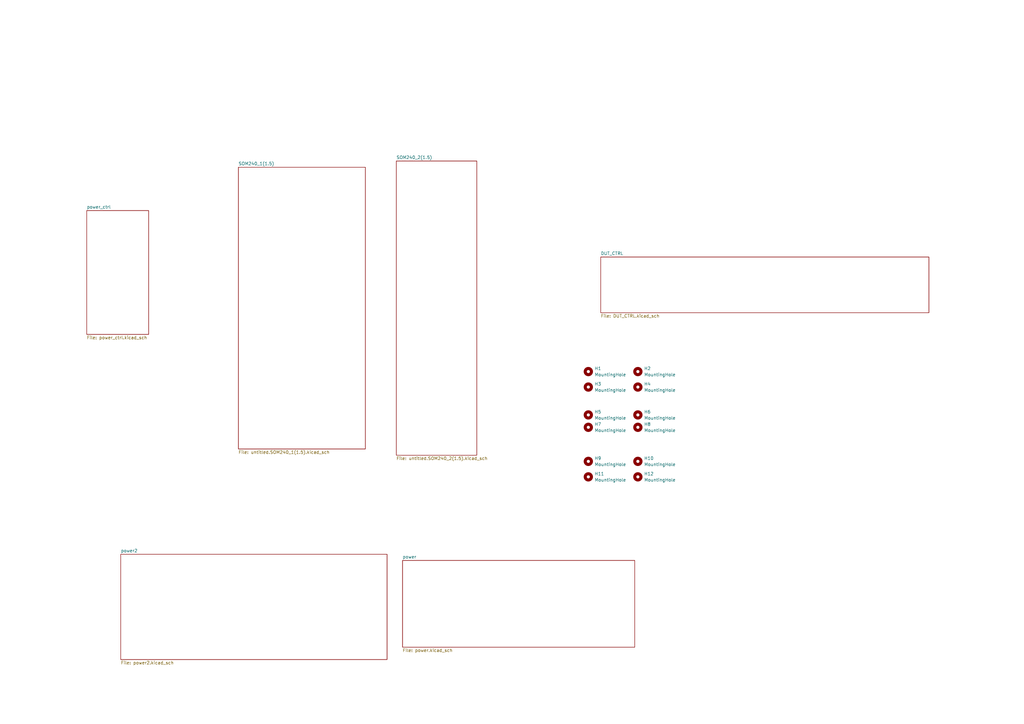
<source format=kicad_sch>
(kicad_sch (version 20250114) (generator "eeschema") (generator_version "9.0")
  (paper "A3")
  (lib_symbols
    (symbol "Mechanical:MountingHole" (pin_names (offset 1.016)) (exclude_from_sim yes) (in_bom no)
      (property "Reference" "H" (at 0 5.08 0))
      (property "Value" "MountingHole" (at 0 3.175 0))
      (symbol "MountingHole_0_1"
        (circle (center 0 0) (radius 1.27) (stroke (width 1.27)))
      )
    )
  )
  (bus_alias "" (members))
  (bus_alias "GND" (members "B60" "B55" "B51" "B47" "B43" "B42" "B41" "B38" "B35" "B32" "B29" "B26" "B23" "B20" "B17" "B14" "B11" "B08" "B07" "B04" "B03" "A57" "A53" "A49" "A45" "A43" "A40" "A37" "A34" "A31" "A28" "A25" "A22" "A19" "A16" "A13" "A10" "A09" "A06" "A05" "A02" "A01"))
  (symbol (lib_id "Mechanical:MountingHole") (at 241.3 195.58 0) (unit 1) (exclude_from_sim yes) (in_bom no)
    (property "Reference" "H11" (at 243.84 194.3099 0) (effects (justify left)))
    (property "Value" "MountingHole" (at 243.84 196.8499 0) (effects (justify left)))
    (property "Footprint" "MountingHole:MountingHole_2.2mm_M2_DIN965" (effects (hide yes)))
    (property "Description" "Mounting Hole without connection" (effects (hide yes)))
  )
  (symbol (lib_id "Mechanical:MountingHole") (at 261.62 158.75 0) (unit 1) (exclude_from_sim yes) (in_bom no)
    (property "Reference" "H4" (at 264.16 157.4799 0) (effects (justify left)))
    (property "Value" "MountingHole" (at 264.16 160.0199 0) (effects (justify left)))
    (property "Footprint" "MountingHole:MountingHole_3.2mm_M3_DIN965" (effects (hide yes)))
    (property "Description" "Mounting Hole without connection" (effects (hide yes)))
  )
  (symbol (lib_id "Mechanical:MountingHole") (at 261.62 195.58 0) (unit 1) (exclude_from_sim yes) (in_bom no)
    (property "Reference" "H12" (at 264.16 194.3099 0) (effects (justify left)))
    (property "Value" "MountingHole" (at 264.16 196.8499 0) (effects (justify left)))
    (property "Footprint" "MountingHole:MountingHole_2.2mm_M2_DIN965" (effects (hide yes)))
    (property "Description" "Mounting Hole without connection" (effects (hide yes)))
  )
  (symbol (lib_id "Mechanical:MountingHole") (at 241.3 189.23 0) (unit 1) (exclude_from_sim yes) (in_bom no)
    (property "Reference" "H9" (at 243.84 187.9599 0) (effects (justify left)))
    (property "Value" "MountingHole" (at 243.84 190.4999 0) (effects (justify left)))
    (property "Footprint" "MountingHole:MountingHole_2.2mm_M2_DIN965" (effects (hide yes)))
    (property "Description" "Mounting Hole without connection" (effects (hide yes)))
  )
  (symbol (lib_id "Mechanical:MountingHole") (at 261.62 175.26 0) (unit 1) (exclude_from_sim yes) (in_bom no)
    (property "Reference" "H8" (at 264.16 173.9899 0) (effects (justify left)))
    (property "Value" "MountingHole" (at 264.16 176.5299 0) (effects (justify left)))
    (property "Footprint" "MountingHole:MountingHole_3.2mm_M3_DIN965" (effects (hide yes)))
    (property "Description" "Mounting Hole without connection" (effects (hide yes)))
  )
  (symbol (lib_id "Mechanical:MountingHole") (at 241.3 152.4 0) (unit 1) (exclude_from_sim yes) (in_bom no)
    (property "Reference" "H1" (at 243.84 151.1299 0) (effects (justify left)))
    (property "Value" "MountingHole" (at 243.84 153.6699 0) (effects (justify left)))
    (property "Footprint" "MountingHole:MountingHole_3.2mm_M3_DIN965" (effects (hide yes)))
    (property "Description" "Mounting Hole without connection" (effects (hide yes)))
  )
  (symbol (lib_id "Mechanical:MountingHole") (at 241.3 158.75 0) (unit 1) (exclude_from_sim yes) (in_bom no)
    (property "Reference" "H3" (at 243.84 157.4799 0) (effects (justify left)))
    (property "Value" "MountingHole" (at 243.84 160.0199 0) (effects (justify left)))
    (property "Footprint" "MountingHole:MountingHole_3.2mm_M3_DIN965" (effects (hide yes)))
    (property "Description" "Mounting Hole without connection" (effects (hide yes)))
  )
  (symbol (lib_id "Mechanical:MountingHole") (at 241.3 170.18 0) (unit 1) (exclude_from_sim yes) (in_bom no)
    (property "Reference" "H5" (at 243.84 168.9099 0) (effects (justify left)))
    (property "Value" "MountingHole" (at 243.84 171.4499 0) (effects (justify left)))
    (property "Footprint" "MountingHole:MountingHole_3.2mm_M3_DIN965" (effects (hide yes)))
    (property "Description" "Mounting Hole without connection" (effects (hide yes)))
  )
  (symbol (lib_id "Mechanical:MountingHole") (at 261.62 152.4 0) (unit 1) (exclude_from_sim yes) (in_bom no)
    (property "Reference" "H2" (at 264.16 151.1299 0) (effects (justify left)))
    (property "Value" "MountingHole" (at 264.16 153.6699 0) (effects (justify left)))
    (property "Footprint" "MountingHole:MountingHole_3.2mm_M3_DIN965" (effects (hide yes)))
    (property "Description" "Mounting Hole without connection" (effects (hide yes)))
  )
  (symbol (lib_id "Mechanical:MountingHole") (at 261.62 170.18 0) (unit 1) (exclude_from_sim yes) (in_bom no)
    (property "Reference" "H6" (at 264.16 168.9099 0) (effects (justify left)))
    (property "Value" "MountingHole" (at 264.16 171.4499 0) (effects (justify left)))
    (property "Footprint" "MountingHole:MountingHole_3.2mm_M3_DIN965" (effects (hide yes)))
    (property "Description" "Mounting Hole without connection" (effects (hide yes)))
  )
  (symbol (lib_id "Mechanical:MountingHole") (at 241.3 175.26 0) (unit 1) (exclude_from_sim yes) (in_bom no)
    (property "Reference" "H7" (at 243.84 173.9899 0) (effects (justify left)))
    (property "Value" "MountingHole" (at 243.84 176.5299 0) (effects (justify left)))
    (property "Footprint" "MountingHole:MountingHole_3.2mm_M3_DIN965" (effects (hide yes)))
    (property "Description" "Mounting Hole without connection" (effects (hide yes)))
  )
  (symbol (lib_id "Mechanical:MountingHole") (at 261.62 189.23 0) (unit 1) (exclude_from_sim yes) (in_bom no)
    (property "Reference" "H10" (at 264.16 187.9599 0) (effects (justify left)))
    (property "Value" "MountingHole" (at 264.16 190.4999 0) (effects (justify left)))
    (property "Footprint" "MountingHole:MountingHole_2.2mm_M2_DIN965" (effects (hide yes)))
    (property "Description" "Mounting Hole without connection" (effects (hide yes)))
  )
  (sheet (at 162.56 66.04) (size 33.02 120.65) (stroke (width 0.1524))
    (property "Sheetname" "SOM240_2(1.5)" (at 162.56 65.3284 0) (effects (justify left bottom)))
    (property "Sheetfile" "untitled.SOM240_2(1.5).kicad_sch" (at 162.56 187.2746 0) (effects (justify left top)))
  )
  (sheet (at 246.38 105.41) (size 134.62 22.86) (stroke (width 0.1524))
    (property "Sheetname" "DUT_CTRL" (at 246.38 104.6984 0) (effects (justify left bottom)))
    (property "Sheetfile" "DUT_CTRL.kicad_sch" (at 246.38 128.8546 0) (effects (justify left top)))
  )
  (sheet (at 97.79 68.58) (size 52.07 115.57) (stroke (width 0.1524))
    (property "Sheetname" "SOM240_1(1.5)" (at 97.79 67.8684 0) (effects (justify left bottom)))
    (property "Sheetfile" "untitled.SOM240_1(1.5).kicad_sch" (at 97.79 184.7346 0) (effects (justify left top)))
  )
  (sheet (at 35.56 86.36) (size 25.4 50.8) (stroke (width 0.1524))
    (property "Sheetname" "power_ctrl" (at 35.56 85.6484 0) (effects (justify left bottom)))
    (property "Sheetfile" "power_ctrl.kicad_sch" (at 35.56 137.7446 0) (effects (justify left top)))
  )
  (sheet (at 165.1 229.87) (size 95.25 35.56) (stroke (width 0.1524))
    (property "Sheetname" "power" (at 165.1 229.1584 0) (effects (justify left bottom)))
    (property "Sheetfile" "power.kicad_sch" (at 165.1 266.0146 0) (effects (justify left top)))
  )
  (sheet (at 49.53 227.33) (size 109.22 43.18) (stroke (width 0.1524))
    (property "Sheetname" "power2" (at 49.53 226.6184 0) (effects (justify left bottom)))
    (property "Sheetfile" "power2.kicad_sch" (at 49.53 271.0946 0) (effects (justify left top)))
  )
)
</source>
